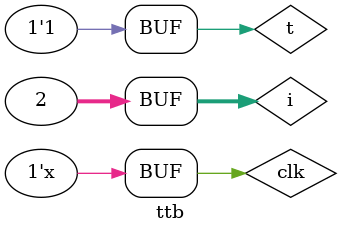
<source format=v>
module ttb();
reg ip,clk,rst;
wire q, qb;
integer i;

always #5 clk = ~clk;

t t1(ip,clk,rst,q,qb);

initial begin
    clk=0;
    #2
    repeat(2) begin
        for(i=0;i<2;i=i+1) begin
            t<=i;
        end
    end
end

initial begin
    $dumpfile("t.vcd");
    $dumpvars();
end

endmodule
</source>
